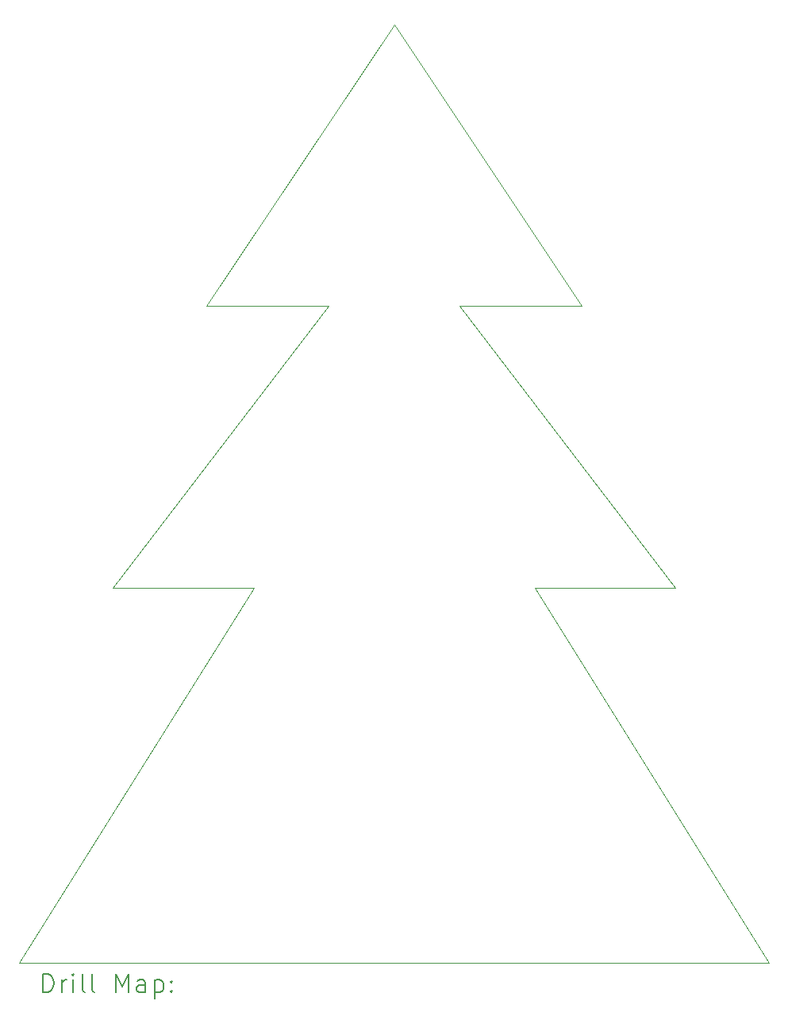
<source format=gbr>
%TF.GenerationSoftware,KiCad,Pcbnew,(6.0.9)*%
%TF.CreationDate,2023-01-09T21:03:26+01:00*%
%TF.ProjectId,christmas_tree,63687269-7374-46d6-9173-5f747265652e,rev?*%
%TF.SameCoordinates,Original*%
%TF.FileFunction,Drillmap*%
%TF.FilePolarity,Positive*%
%FSLAX45Y45*%
G04 Gerber Fmt 4.5, Leading zero omitted, Abs format (unit mm)*
G04 Created by KiCad (PCBNEW (6.0.9)) date 2023-01-09 21:03:26*
%MOMM*%
%LPD*%
G01*
G04 APERTURE LIST*
%ADD10C,0.100000*%
%ADD11C,0.200000*%
G04 APERTURE END LIST*
D10*
X20200000Y-14600000D02*
X12200000Y-14600000D01*
X16200000Y-4600000D02*
X14200000Y-7600000D01*
X18200000Y-7600000D02*
X16200000Y-4600000D01*
X17700000Y-10600000D02*
X19200000Y-10600000D01*
X14700000Y-10600000D02*
X12200000Y-14600000D01*
X20200000Y-14600000D02*
X17700000Y-10600000D01*
X16900000Y-7600000D02*
X18200000Y-7600000D01*
X15500000Y-7600000D02*
X14200000Y-7600000D01*
X14700000Y-10600000D02*
X13200000Y-10600000D01*
X19200000Y-10600000D02*
X16900000Y-7600000D01*
X15500000Y-7600000D02*
X13200000Y-10600000D01*
D11*
X12452619Y-14915476D02*
X12452619Y-14715476D01*
X12500238Y-14715476D01*
X12528809Y-14725000D01*
X12547857Y-14744048D01*
X12557381Y-14763095D01*
X12566905Y-14801190D01*
X12566905Y-14829762D01*
X12557381Y-14867857D01*
X12547857Y-14886905D01*
X12528809Y-14905952D01*
X12500238Y-14915476D01*
X12452619Y-14915476D01*
X12652619Y-14915476D02*
X12652619Y-14782143D01*
X12652619Y-14820238D02*
X12662143Y-14801190D01*
X12671667Y-14791667D01*
X12690714Y-14782143D01*
X12709762Y-14782143D01*
X12776428Y-14915476D02*
X12776428Y-14782143D01*
X12776428Y-14715476D02*
X12766905Y-14725000D01*
X12776428Y-14734524D01*
X12785952Y-14725000D01*
X12776428Y-14715476D01*
X12776428Y-14734524D01*
X12900238Y-14915476D02*
X12881190Y-14905952D01*
X12871667Y-14886905D01*
X12871667Y-14715476D01*
X13005000Y-14915476D02*
X12985952Y-14905952D01*
X12976428Y-14886905D01*
X12976428Y-14715476D01*
X13233571Y-14915476D02*
X13233571Y-14715476D01*
X13300238Y-14858333D01*
X13366905Y-14715476D01*
X13366905Y-14915476D01*
X13547857Y-14915476D02*
X13547857Y-14810714D01*
X13538333Y-14791667D01*
X13519286Y-14782143D01*
X13481190Y-14782143D01*
X13462143Y-14791667D01*
X13547857Y-14905952D02*
X13528809Y-14915476D01*
X13481190Y-14915476D01*
X13462143Y-14905952D01*
X13452619Y-14886905D01*
X13452619Y-14867857D01*
X13462143Y-14848809D01*
X13481190Y-14839286D01*
X13528809Y-14839286D01*
X13547857Y-14829762D01*
X13643095Y-14782143D02*
X13643095Y-14982143D01*
X13643095Y-14791667D02*
X13662143Y-14782143D01*
X13700238Y-14782143D01*
X13719286Y-14791667D01*
X13728809Y-14801190D01*
X13738333Y-14820238D01*
X13738333Y-14877381D01*
X13728809Y-14896428D01*
X13719286Y-14905952D01*
X13700238Y-14915476D01*
X13662143Y-14915476D01*
X13643095Y-14905952D01*
X13824048Y-14896428D02*
X13833571Y-14905952D01*
X13824048Y-14915476D01*
X13814524Y-14905952D01*
X13824048Y-14896428D01*
X13824048Y-14915476D01*
X13824048Y-14791667D02*
X13833571Y-14801190D01*
X13824048Y-14810714D01*
X13814524Y-14801190D01*
X13824048Y-14791667D01*
X13824048Y-14810714D01*
M02*

</source>
